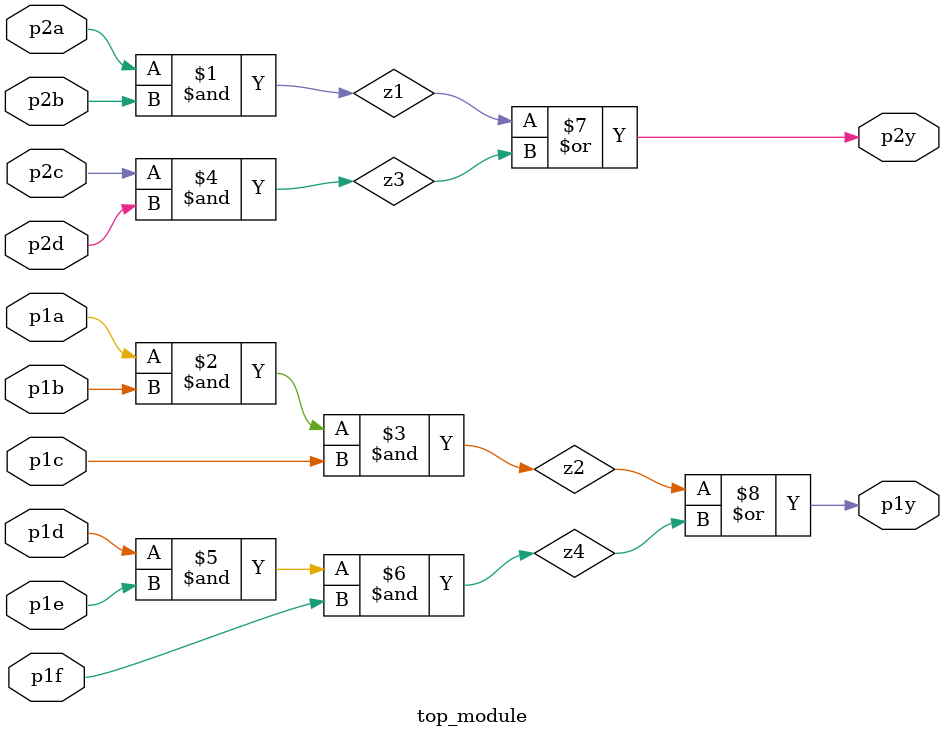
<source format=sv>
/*
The 7458 is a chip with four AND gates and two OR gates. This problem is slightly more complex than 7420.

Create a module with the same functionality as the 7458 chip. It has 10 inputs and 2 outputs. You may choose to use an assign statement to drive each of the output wires, or you may choose to declare (four) wires for use as intermediate signals, where each internal wire is driven by the output of one of the AND gates. For extra practice, try it both ways.
*/

module top_module ( 
    input p1a, p1b, p1c, p1d, p1e, p1f,
    output p1y,
    input p2a, p2b, p2c, p2d,
    output p2y );
    wire z1,z2,z3,z4;
    
    and x1(z1,p2a,p2b);
    and x2(z2,p1a,p1b,p1c);
    and x3(z3,p2c,p2d);
    and x4(z4,p1d,p1e,p1f);
    or(p2y,z1,z3);
    or(p1y,z2,z4);

endmodule

</source>
